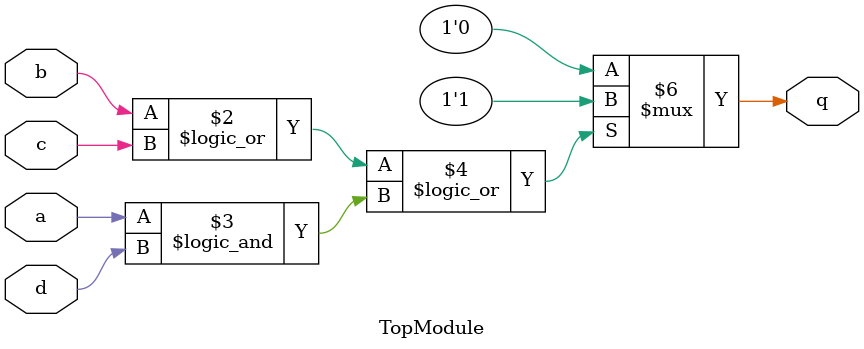
<source format=sv>
module TopModule (
    input a,
    input b,
    input c,
    input d,
    output reg q
);

always @* begin
    if((b || c) || (a && d))
        q = 1;
    else
        q = 0;
end

endmodule


</source>
